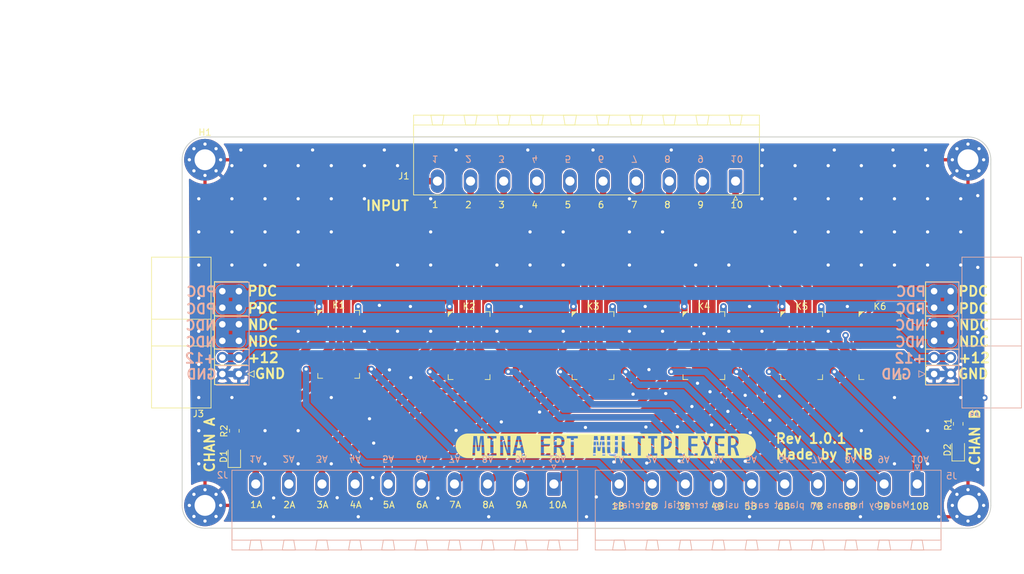
<source format=kicad_pcb>
(kicad_pcb (version 20241229) (generator "pcbnew") (generator_version "9.0")
  (title_block (title "Mina ERT multiplexer") (date "2025-12-09") (rev "1.0.1") (company "Made By FNB"))
  (layers (0 "F.Cu" signal) (2 "B.Cu" signal) (13 "F.Paste" user) (15 "B.Paste" user) (5 "F.SilkS" user "F.Silkscreen") (7 "B.SilkS" user "B.Silkscreen") (1 "F.Mask" user) (3 "B.Mask" user) (25 "Edge.Cuts" user))
  (net 0 "")
  (net 1 "-VDC")
  (net 2 "+VDC")
  (net 3 "/4A")
  (net 4 "/3A")
  (net 5 "/9A")
  (net 6 "/1A")
  (net 7 "/5A")
  (net 8 "/2A")
  (net 9 "/10A")
  (net 10 "/6A")
  (net 11 "/8A")
  (net 12 "/7A")
  (net 13 "/8B")
  (net 14 "/1B")
  (net 15 "/10B")
  (net 16 "/5B")
  (net 17 "/9B")
  (net 18 "/6B")
  (net 19 "/7B")
  (net 20 "/4B")
  (net 21 "/2B")
  (net 22 "/3B")
  (net 23 "/3")
  (net 24 "/7")
  (net 25 "/8")
  (net 26 "/5")
  (net 27 "/4")
  (net 28 "/10")
  (net 29 "/2")
  (net 30 "/1")
  (net 31 "/9")
  (net 32 "/6")
  (net 33 "GND")
  (net 34 "+12V")
  (net 35 "Net-(D1-A)")
  (net 36 "Net-(D2-A)")
  (net 37 "/CHNB")
  (net 38 "/CHNA")
  (footprint "muxlib_footprints:Relay_2P2T_10x6mm_TE_IMxxG" (layer "F.Cu") (at 150 117)
    (property "Reference" "K5")
    (property "Value" "AGQ210A12Z")
  )
  (footprint "muxlib_footprints:Relay_2P2T_10x6mm_TE_IMxxG" (layer "F.Cu") (at 118 117)
    (property "Reference" "K3")
    (property "Value" "AGQ210A12Z")
  )
  (footprint "muxlib_footprints:Relay_2P2T_10x6mm_TE_IMxxG" (layer "F.Cu") (at 162 117)
    (property "Reference" "K6")
    (property "Value" "AGQ210A12Z")
  )
  (footprint "Resistor_SMD:R_0805_2012Metric" (layer "F.Cu") (at 63 130.0625 -90)
    (property "Reference" "R2")
    (property "Value" "1K1")
  )
  (footprint "Connector_IDC:IDC-Header_2x06_P2.54mm_Horizontal" (layer "F.Cu") (at 63.6975 121.35 180)
    (property "Reference" "J3")
    (property "Value" "0901303112")
  )
  (footprint "MountingHole:MountingHole_3.2mm_M3_Pad_Via" (layer "F.Cu") (at 58.5 88.5)
    (property "Reference" "H1")
    (property "Value" "MountingHole_Pad")
  )
  (footprint "LED_SMD:LED_0805_2012Metric" (layer "F.Cu") (at 63 134 90)
    (property "Reference" "D1")
    (property "Value" "LTST-C170KRKT")
  )
  (footprint "muxlib_footprints:Relay_2P2T_10x6mm_TE_IMxxG" (layer "F.Cu") (at 135 117)
    (property "Reference" "K4")
    (property "Value" "AGQ210A12Z")
  )
  (footprint "Connector_Phoenix_MSTB:PhoenixContact_MSTBA_2,5_10-G-5,08_1x10_P5.08mm_Horizontal" (layer "F.Cu") (at 139.86 91.7775 180)
    (property "Reference" "J1")
    (property "Value" "1759091")
  )
  (footprint "kibuzzard-693809E3" (layer "F.Cu") (at 119.960873 132.364121)
    (property "Reference" "kibuzzard-693809E3" (hide yes))
    (property "Value" "G***" (hide yes))
  )
  (footprint "MountingHole:MountingHole_3.2mm_M3_Pad_Via" (layer "F.Cu") (at 175.5 141.5)
    (property "Reference" "H3" (hide yes))
    (property "Value" "MountingHole_Pad")
  )
  (footprint "Resistor_SMD:R_0805_2012Metric" (layer "F.Cu") (at 174 129 -90)
    (property "Reference" "R1")
    (property "Value" "1K1")
  )
  (footprint "MountingHole:MountingHole_3.2mm_M3_Pad_Via" (layer "F.Cu") (at 175.5 88.5)
    (property "Reference" "H2" (hide yes))
    (property "Value" "MountingHole_Pad")
  )
  (footprint "muxlib_footprints:Relay_2P2T_10x6mm_TE_IMxxG" (layer "F.Cu") (at 99 117)
    (property "Reference" "K2")
    (property "Value" "AGQ210A12Z")
  )
  (footprint "MountingHole:MountingHole_3.2mm_M3_Pad_Via" (layer "F.Cu") (at 58.5 141.5)
    (property "Reference" "H4" (hide yes))
    (property "Value" "MountingHole_Pad")
  )
  (footprint "LED_SMD:LED_0805_2012Metric" (layer "F.Cu") (at 174 133 90)
    (property "Reference" "D2")
    (property "Value" "LTST-C170KRKT")
  )
  (footprint "muxlib_footprints:Relay_2P2T_10x6mm_TE_IMxxG" (layer "F.Cu") (at 79 116.8)
    (property "Reference" "K1")
    (property "Value" "AGQ210A12Z")
  )
  (footprint "Connector_IDC:IDC-Header_2x06_P2.54mm_Horizontal" (layer "B.Cu") (at 170.3025 121.35)
    (property "Reference" "J4")
    (property "Value" "0901303112")
  )
  (footprint "Connector_Phoenix_MSTB:PhoenixContact_MSTBA_2,5_10-G-5,08_1x10_P5.08mm_Horizontal" (layer "B.Cu") (at 112 138.2225 180)
    (property "Reference" "J2")
    (property "Value" "1759091")
  )
  (footprint "Connector_Phoenix_MSTB:PhoenixContact_MSTBA_2,5_10-G-5,08_1x10_P5.08mm_Horizontal" (layer "B.Cu") (at 167.72 138.2225 180)
    (property "Reference" "J5")
    (property "Value" "1759091")
  )
  (gr_line (start 169 123) (end 174 123) (stroke (width 0.15)) (layer "F.SilkS"))
  (gr_line (start 169 120) (end 174 120) (stroke (width 0.15)) (layer "F.SilkS"))
  (gr_line (start 59.967201 119.974418) (end 59.967201 122.974418) (stroke (width 0.15)) (layer "F.SilkS"))
  (gr_line (start 59.960881 112.429226) (end 59.960881 107.199416) (stroke (width 0.15)) (layer "F.SilkS"))
  (gr_line (start 59.945633 117.505463) (end 64.967064 117.505463) (stroke (width 0.15)) (layer "F.SilkS"))
  (gr_line (start 59.960881 112.429226) (end 59.945633 117.505463) (stroke (width 0.15)) (layer "F.SilkS"))
  (gr_line (start 174.025276 112.454808) (end 168.99368 112.454808) (stroke (width 0.15)) (layer "F.SilkS"))
  (gr_line (start 168.99368 112.454808) (end 168.99368 107.224998) (stroke (width 0.15)) (layer "F.SilkS"))
  (gr_line (start 59.945633 117.505463) (end 59.967201 119.974418) (stroke (width 0.15)) (layer "F.SilkS"))
  (gr_line (start 168.99368 107.224998) (end 174.086265 107.224998) (stroke (width 0.15)) (layer "F.SilkS"))
  (gr_line (start 168.99368 112.454808) (end 168.978432 117.531045) (stroke (width 0.15)) (layer "F.SilkS"))
  (gr_line (start 59.967201 122.974418) (end 64.967201 122.974418) (stroke (width 0.15)) (layer "F.SilkS"))
  (gr_line (start 64.992477 112.429226) (end 59.960881 112.429226) (stroke (width 0.15)) (layer "F.SilkS"))
  (gr_line (start 168.978432 117.531045) (end 173.999863 117.531045) (stroke (width 0.15)) (layer "F.SilkS"))
  (gr_line (start 59.960881 107.199416) (end 65.053466 107.199416) (stroke (width 0.15)) (layer "F.SilkS"))
  (gr_line (start 169 120) (end 169 123) (stroke (width 0.15)) (layer "F.SilkS"))
  (gr_line (start 168.978432 117.531045) (end 169 120) (stroke (width 0.15)) (layer "F.SilkS"))
  (gr_line (start 59.967201 119.974418) (end 64.967201 119.974418) (stroke (width 0.15)) (layer "F.SilkS"))
  (gr_line (start 174.102886 117.581594) (end 169.081455 117.581594) (stroke (width 0.15)) (layer "B.SilkS"))
  (gr_line (start 65.258805 120.063492) (end 60.258805 120.063492) (stroke (width 0.15)) (layer "B.SilkS"))
  (gr_line (start 65.280373 117.594537) (end 65.258805 120.063492) (stroke (width 0.15)) (layer "B.SilkS"))
  (gr_line (start 65.258805 120.063492) (end 65.258805 123.063492) (stroke (width 0.15)) (layer "B.SilkS"))
  (gr_line (start 174.081318 120.050549) (end 174.081318 123.050549) (stroke (width 0.15)) (layer "B.SilkS"))
  (gr_line (start 65.280373 117.594537) (end 60.258942 117.594537) (stroke (width 0.15)) (layer "B.SilkS"))
  (gr_line (start 65.258805 123.063492) (end 60.258805 123.063492) (stroke (width 0.15)) (layer "B.SilkS"))
  (gr_line (start 174.102886 117.581594) (end 174.081318 120.050549) (stroke (width 0.15)) (layer "B.SilkS"))
  (gr_line (start 60.233529 112.5183) (end 65.265125 112.5183) (stroke (width 0.15)) (layer "B.SilkS"))
  (gr_line (start 65.265125 112.5183) (end 65.280373 117.594537) (stroke (width 0.15)) (layer "B.SilkS"))
  (gr_line (start 174.081318 123.050549) (end 169.081318 123.050549) (stroke (width 0.15)) (layer "B.SilkS"))
  (gr_line (start 169.056042 112.505357) (end 174.087638 112.505357) (stroke (width 0.15)) (layer "B.SilkS"))
  (gr_line (start 174.087638 112.505357) (end 174.102886 117.581594) (stroke (width 0.15)) (layer "B.SilkS"))
  (gr_line (start 174.087638 112.505357) (end 174.087638 107.275547) (stroke (width 0.15)) (layer "B.SilkS"))
  (gr_line (start 65.265125 107.28849) (end 60.17254 107.28849) (stroke (width 0.15)) (layer "B.SilkS"))
  (gr_line (start 174.087638 107.275547) (end 168.995053 107.275547) (stroke (width 0.15)) (layer "B.SilkS"))
  (gr_line (start 174.081318 120.050549) (end 169.081318 120.050549) (stroke (width 0.15)) (layer "B.SilkS"))
  (gr_line (start 65.265125 112.5183) (end 65.265125 107.28849) (stroke (width 0.15)) (layer "B.SilkS"))
  (gr_line (start 55 141.5) (end 55 88.5) (stroke (width 0.15)) (layer "Edge.Cuts"))
  (gr_line (start 175.5 145) (end 58.5 145) (stroke (width 0.15)) (layer "Edge.Cuts"))
  (gr_arc (start 55 88.5) (mid 56.025126 86.025126) (end 58.5 85) (stroke (width 0.15)) (layer "Edge.Cuts"))
  (gr_line (start 179 88.5) (end 179 141.5) (stroke (width 0.15)) (layer "Edge.Cuts"))
  (gr_arc (start 175.5 85) (mid 177.974874 86.025126) (end 179 88.5) (stroke (width 0.15)) (layer "Edge.Cuts"))
  (gr_arc (start 179 141.5) (mid 177.974874 143.974874) (end 175.5 145) (stroke (width 0.15)) (layer "Edge.Cuts"))
  (gr_line (start 58.5 85) (end 175.5 85) (stroke (width 0.15)) (layer "Edge.Cuts"))
  (gr_arc (start 58.5 145) (mid 56.025126 143.974874) (end 55 141.5) (stroke (width 0.15)) (layer "Edge.Cuts"))
  (gr_text "NDC" (at 64.903704 117.238636 0) (layer "F.SilkS") (effects (font (size 1.5 1.5) (thickness 0.3) (bold yes)) (justify left bottom)))
  (gr_text "Rev ${REVISION}\nMade by FNB" (at 145.856811 134.542724 0) (layer "F.SilkS") (effects (font (size 1.5 1.5) (thickness 0.3) (bold yes)) (justify left bottom)))
  (gr_text "1A" (at 65.343266 141.969505 0) (layer "F.SilkS") (effects (font (size 1 1)) (justify left bottom)))
  (gr_text "9A" (at 106.025795 142 0) (layer "F.SilkS") (effects (font (size 1 1)) (justify left bottom)))
  (gr_text "3" (at 103.402787 96 0) (layer "F.SilkS") (effects (font (size 1 1)) (justify left bottom)))
  (gr_text "NDC" (at 173.954258 114.701373 0) (layer "F.SilkS") (effects (font (size 1.5 1.5) (thickness 0.3) (bold yes)) (justify left bottom)))
  (gr_text "INPUT" (at 83.024747 96.422728 0) (layer "F.SilkS") (effects (font (size 1.5 1.5) (thickness 0.3) (bold yes)) (justify left bottom)))
  (gr_text "6B" (at 146.180251 142.228107 0) (layer "F.SilkS") (effects (font (size 1 1)) (justify left bottom)))
  (gr_text "+12" (at 64.869398 119.742998 0) (layer "F.SilkS") (effects (font (size 1.5 1.5) (thickness 0.3) (bold yes)) (justify left bottom)))
  (gr_text "10" (at 139 96 0) (layer "F.SilkS") (effects (font (size 1 1)) (justify left bottom)))
  (gr_text "4A" (at 80.599214 142 0) (layer "F.SilkS") (effects (font (size 1 1)) (justify left bottom)))
  (gr_text "10A" (at 111.111111 142 0) (layer "F.SilkS") (effects (font (size 1 1)) (justify left bottom)))
  (gr_text "NDC" (at 173.936503 117.264218 0) (layer "F.SilkS") (effects (font (size 1.5 1.5) (thickness 0.3) (bold yes)) (justify left bottom)))
  (gr_text "10B" (at 166.521515 142.228107 0) (layer "F.SilkS") (effects (font (size 1 1)) (justify left bottom)))
  (gr_text "PDC" (at 173.925068 112.195605 0) (layer "F.SilkS") (effects (font (size 1.5 1.5) (thickness 0.3) (bold yes)) (justify left bottom)))
  (gr_text "7B" (at 151.265567 142.228107 0) (layer "F.SilkS") (effects (font (size 1 1)) (justify left bottom)))
  (gr_text "4B" (at 136.009618 142.228107 0) (layer "F.SilkS") (effects (font (size 1 1)) (justify left bottom)))
  (gr_text "1B" (at 120.75367 142.197612 0) (layer "F.SilkS") (effects (font (size 1 1)) (justify left bottom)))
  (gr_text "GND\n" (at 173.810713 122.210852 0) (layer "F.SilkS") (effects (font (size 1.5 1.5) (thickness 0.3) (bold yes)) (justify left bottom)))
  (gr_text "6" (at 118.658736 96 0) (layer "F.SilkS") (effects (font (size 1 1)) (justify left bottom)))
  (gr_text "NDC" (at 64.921459 114.675791 0) (layer "F.SilkS") (effects (font (size 1.5 1.5) (thickness 0.3) (bold yes)) (justify left bottom)))
  (gr_text "6A\n" (at 90.769847 142 0) (layer "F.SilkS") (effects (font (size 1 1)) (justify left bottom)))
  (gr_text "PDC" (at 64.892269 112.170023 0) (layer "F.SilkS") (effects (font (size 1.5 1.5) (thickness 0.3) (bold yes)) (justify left bottom)))
  (gr_text "5" (at 113.573419 96 0) (layer "F.SilkS") (effects (font (size 1 1)) (justify left bottom)))
  (gr_text "9" (at 133.914684 96 0) (layer "F.SilkS") (effects (font (size 1 1)) (justify left bottom)))
  (gr_text "8B" (at 156.350883 142.228107 0) (layer "F.SilkS") (effects (font (size 1 1)) (justify left bottom)))
  (gr_text "2A" (at 70.428582 142 0) (layer "F.SilkS") (effects (font (size 1 1)) (justify left bottom)))
  (gr_text "5B" (at 141.094934 142.228107 0) (layer "F.SilkS") (effects (font (size 1 1)) (justify left bottom)))
  (gr_text "8" (at 128.829368 96 0) (layer "F.SilkS") (effects (font (size 1 1)) (justify left bottom)))
  (gr_text "CHAN A" (at 60.094194 136.597048 90) (layer "F.SilkS") (effects (font (size 1.5 1.5) (thickness 0.3) (bold yes)) (justify left bottom)))
  (gr_text "7" (at 123.744052 96 0) (layer "F.SilkS") (effects (font (size 1 1)) (justify left bottom)))
  (gr_text "PDC" (at 64.846527 109.517 0) (layer "F.SilkS") (effects (font (size 1.5 1.5) (thickness 0.3) (bold yes)) (justify left bottom)))
  (gr_text "9B" (at 161.436199 142.228107 0) (layer "F.SilkS") (effects (font (size 1 1)) (justify left bottom)))
  (gr_text "2B" (at 125.838986 142.228107 0) (layer "F.SilkS") (effects (font (size 1 1)) (justify left bottom)))
  (gr_text "8A" (at 100.940479 142 0) (layer "F.SilkS") (effects (font (size 1 1)) (justify left bottom)))
  (gr_text "CHAN B" (at 177.430633 135.533552 90) (layer "F.SilkS") (effects (font (size 1.5 1.5) (thickness 0.3) (bold yes)) (justify left bottom)))
  (gr_text "2" (at 98.317471 96 0) (layer "F.SilkS") (effects (font (size 1 1)) (justify left bottom)))
  (gr_text "+12" (at 173.902197 119.76858 0) (layer "F.SilkS") (effects (font (size 1.5 1.5) (thickness 0.3) (bold yes)) (justify left bottom)))
  (gr_text "PDC" (at 173.850956 109.546647 0) (layer "F.SilkS") (effects (font (size 1.5 1.5) (thickness 0.3) (bold yes)) (justify left bottom)))
  (gr_text "4" (at 108.488103 96 0) (layer "F.SilkS") (effects (font (size 1 1)) (justify left bottom)))
  (gr_text "GND\n" (at 66 122.18527 0) (layer "F.SilkS") (effects (font (size 1.5 1.5) (thickness 0.3) (bold yes)) (justify left bottom)))
  (gr_text "3B" (at 130.924302 142.228107 0) (layer "F.SilkS") (effects (font (size 1 1)) (justify left bottom)))
  (gr_text "5A" (at 85.68453 142 0) (layer "F.SilkS") (effects (font (size 1 1)) (justify left bottom)))
  (gr_text "7A\n" (at 95.855163 142 0) (layer "F.SilkS") (effects (font (size 1 1)) (justify left bottom)))
  (gr_text "3A" (at 75.513898 142 0) (layer "F.SilkS") (effects (font (size 1 1)) (justify left bottom)))
  (gr_text "1" (at 93.232155 95.969505 0) (layer "F.SilkS") (effects (font (size 1 1)) (justify left bottom)))
  (gr_text "1A" (at 120.87043 133.856386 180) (layer "B.SilkS") (effects (font (size 1 1)) (justify left bottom mirror)))
  (gr_text "+12" (at 60.356608 119.832072 0) (layer "B.SilkS") (effects (font (size 1.5 1.5) (thickness 0.3) (bold yes)) (justify left bottom mirror)))
  (gr_text "2A" (at 125.955746 133.825891 180) (layer "B.SilkS") (effects (font (size 1 1)) (justify left bottom mirror)))
  (gr_text "8" (at 128.829368 87.766004 180) (layer "B.SilkS") (effects (font (size 1 1)) (justify left bottom mirror)))
  (gr_text "NDC" (at 60.304547 114.764865 0) (layer "B.SilkS") (effects (font (size 1.5 1.5) (thickness 0.3) (bold yes)) (justify left bottom mirror)))
  (gr_text "3A" (at 131.041062 133.825891 180) (layer "B.SilkS") (effects (font (size 1 1)) (justify left bottom mirror)))
  (gr_text "+12" (at 169.179121 119.819129 0) (layer "B.SilkS") (effects (font (size 1.5 1.5) (thickness 0.3) (bold yes)) (justify left bottom mirror)))
  (gr_text "Made by humans on planet earth using terrestial materials" (at 166.665958 142 0) (layer "B.SilkS") (effects (font (size 1 1)) (justify left bottom mirror)))
  (gr_text "NDC" (at 169.12706 114.751922 0) (layer "B.SilkS") (effects (font (size 1.5 1.5) (thickness 0.3) (bold yes)) (justify left bottom mirror)))
  (gr_text "6A\n" (at 146.297011 133.825891 180) (layer "B.SilkS") (effects (font (size 1 1)) (justify left bottom mirror)))
  (gr_text "8A" (at 100.829368 133.766004 180) (layer "B.SilkS") (effects (font (size 1 1)) (justify left bottom mirror)))
  (gr_text "9A" (at 161.552959 133.825891 180) (layer "B.SilkS") (effects (font (size 1 1)) (justify left bottom mirror)))
  (gr_text "GND\n" (at 60.448092 122.274344 0) (layer "B.SilkS") (effects (font (size 1.5 1.5) (thickness 0.3) (bold yes)) (justify left bottom mirror)))
  (gr_text "GND\n" (at 167 122.261401 0) (layer "B.SilkS") (effects (font (size 1.5 1.5) (thickness 0.3) (bold yes)) (justify left bottom mirror)))
  (gr_text "1" (at 93.232155 87.796499 180) (layer "B.SilkS") (effects (font (size 1 1)) (justify left bottom mirror)))
  (gr_text "5A" (at 85.573419 133.766004 180) (layer "B.SilkS") (effects (font (size 1 1)) (justify left bottom mirror)))
  (gr_text "8A" (at 156.467643 133.825891 180) (layer "B.SilkS") (effects (font (size 1 1)) (justify left bottom mirror)))
  (gr_text "NDC" (at 60.322302 117.32771 0) (layer "B.SilkS") (effects (font (size 1.5 1.5) (thickness 0.3) (bold yes)) (justify left bottom mirror)))
  (gr_text "4" (at 108.488103 87.766004 180) (layer "B.SilkS") (effects (font (size 1 1)) (justify left bottom mirror)))
  (gr_text "10A" (at 111 133.766004 180) (layer "B.SilkS") (effects (font (size 1 1)) (justify left bottom mirror)))
  (gr_text "4A" (at 136.126378 133.825891 180) (layer "B.SilkS") (effects (font (size 1 1)) (justify left bottom mirror)))
  (gr_text "7A\n" (at 95.744052 133.766004 180) (layer "B.SilkS") (effects (font (size 1 1)) (justify left bottom mirror)))
  (gr_text "3A" (at 75.402787 133.766004 180) (layer "B.SilkS") (effects (font (size 1 1)) (justify left bottom mirror)))
  (gr_text "NDC" (at 169.144815 117.314767 0) (layer "B.SilkS") (effects (font (size 1.5 1.5) (thickness 0.3) (bold yes)) (justify left bottom mirror)))
  (gr_text "5" (at 113.573419 87.766004 180) (layer "B.SilkS") (effects (font (size 1 1)) (justify left bottom mirror)))
  (gr_text "10A" (at 166.638275 133.825891 180) (layer "B.SilkS") (effects (font (size 1 1)) (justify left bottom mirror)))
  (gr_text "6" (at 118.658736 87.766004 180) (layer "B.SilkS") (effects (font (size 1 1)) (justify left bottom mirror)))
  (gr_text "PDC" (at 60.333737 112.259097 0) (layer "B.SilkS") (effects (font (size 1.5 1.5) (thickness 0.3) (bold yes)) (justify left bottom mirror)))
  (gr_text "7" (at 123.744052 87.766004 180) (layer "B.SilkS") (effects (font (size 1 1)) (justify left bottom mirror)))
  (gr_text "PDC" (at 169.201992 109.593131 0) (layer "B.SilkS") (effects (font (size 1.5 1.5) (thickness 0.3) (bold yes)) (justify left bottom mirror)))
  (gr_text "1A" (at 65.232155 133.796499 180) (layer "B.SilkS") (effects (font (size 1 1)) (justify left bottom mirror)))
  (gr_text "4A" (at 80.488103 133.766004 180) (layer "B.SilkS") (effects (font (size 1 1)) (justify left bottom mirror)))
  (gr_text "6A\n" (at 90.658736 133.766004 180) (layer "B.SilkS") (effects (font (size 1 1)) (justify left bottom mirror)))
  (gr_text "9" (at 133.914684 87.766004 180) (layer "B.SilkS") (effects (font (size 1 1)) (justify left bottom mirror)))
  (gr_text "3" (at 103.402787 87.766004 180) (layer "B.SilkS") (effects (font (size 1 1)) (justify left bottom mirror)))
  (gr_text "PDC" (at 60.379479 109.606074 0) (layer "B.SilkS") (effects (font (size 1.5 1.5) (thickness 0.3) (bold yes)) (justify left bottom mirror)))
  (gr_text "PDC" (at 169.15625 112.246154 0) (layer "B.SilkS") (effects (font (size 1.5 1.5) (thickness 0.3) (bold yes)) (justify left bottom mirror)))
  (gr_text "2A" (at 70.317471 133.766004 180) (layer "B.SilkS") (effects (font (size 1 1)) (justify left bottom mirror)))
  (gr_text "9A" (at 105.914684 133.766004 180) (layer "B.SilkS") (effects (font (size 1 1)) (justify left bottom mirror)))
  (gr_text "5A" (at 141.211694 133.825891 180) (layer "B.SilkS") (effects (font (size 1 1)) (justify left bottom mirror)))
  (gr_text "2" (at 98.317471 87.766004 180) (layer "B.SilkS") (effects (font (size 1 1)) (justify left bottom mirror)))
  (gr_text "10" (at 139 87.766004 180) (layer "B.SilkS") (effects (font (size 1 1)) (justify left bottom mirror)))
  (gr_text "7A\n" (at 151.382327 133.825891 180) (layer "B.SilkS") (effects (font (size 1 1)) (justify left bottom mirror)))
  (segment (start 82 111) (end 82 113) (width 1) (layer "F.Cu") (net 1))
  (segment (start 170.0325 114) (end 170.3025 113.73) (width 1) (layer "F.Cu") (net 1))
  (segment (start 153 111) (end 153 113.2) (width 1) (layer "F.Cu") (net 1))
  (segment (start 102 113.2) (end 102 111) (width 1) (layer "F.Cu") (net 1))
  (segment (start 169.7725 113.2) (end 170.3025 113.73) (width 0.5) (layer "F.Cu") (net 1))
  (segment (start 138 113.2) (end 138 111) (width 1) (layer "F.Cu") (net 1))
  (segment (start 165 113.2) (end 169.7725 113.2) (width 0.5) (layer "F.Cu") (net 1))
  (segment (start 121 113.2) (end 121 111) (width 1) (layer "F.Cu") (net 1))
  (via (at 102 111) (size 1) (drill 0.5) (layers "F.Cu" "B.Cu") (net 1))
  (via (at 82 111) (size 1) (drill 0.5) (layers "F.Cu" "B.Cu") (net 1))
  (via (at 153 111) (size 1) (drill 0.5) (layers "F.Cu" "B.Cu") (net 1))
  (via (at 121 111) (size 1) (drill 0.5) (layers "F.Cu" "B.Cu") (net 1))
  (via (at 138 111) (size 1) (drill 0.5) (layers "F.Cu" "B.Cu") (net 1))
  (segment (start 170.3025 115) (end 170.3025 116.27) (width 2) (layer "B.Cu") (net 1))
  (segment (start 167 115) (end 170.3025 115) (width 2) (layer "B.Cu") (net 1))
  (segment (start 165 113) (end 167 115) (width 2) (layer "B.Cu") (net 1))
  (segment (start 172.8425 113.73) (end 170.3025 113.73) (width 2) (layer "B.Cu") (net 1))
  (segment (start 61.1575 116.27) (end 61.1575 113.73) (width 2) (layer "B.Cu") (net 1))
  (segment (start 170.3025 116.27) (end 172.8425 116.27) (width 2) (layer "B.Cu") (net 1))
  (segment (start 63.6975 113.73) (end 67.27 113.73) (width 2) (layer "B.Cu") (net 1))
  (segment (start 61.1575 113.73) (end 63.6975 113.73) (width 2) (layer "B.Cu") (net 1))
  (segment (start 63.6975 113.73) (end 63.6975 115.13) (width 2) (layer "B.Cu") (net 1))
  (segment (start 82 111) (end 82 113) (width 1) (layer "B.Cu") (net 1))
  (segment (start 63.6975 115.13) (end 63.6975 116.27) (width 2) (layer "B.Cu") (net 1))
  (segment (start 63.6975 116.27) (end 61.1575 116.27) (width 2) (layer "B.Cu") (net 1))
  (segment (start 121 111) (end 121 113) (width 1) (layer "B.Cu") (net 1))
  (segment (start 82 113) (end 165 113) (width 2) (layer "B.Cu") (net 1))
  (segment (start 153 113.2) (end 153 111) (width 1) (layer "B.Cu") (net 1))
  (segment (start 170.3025 113.73) (end 170.3025 115) (width 2) (layer "B.Cu") (net 1))
  (segment (start 68 113) (end 82 113) (width 2) (layer "B.Cu") (net 1))
  (segment (start 138 111) (end 138 113) (width 1) (layer "B.Cu") (net 1))
  (segment (start 172.8425 116.27) (end 172.8425 113.73) (width 2) (layer "B.Cu") (net 1))
  (segment (start 102 111) (end 102 113) (width 1) (layer "B.Cu") (net 1))
  (segment (start 67.27 113.73) (end 68 113) (width 2) (layer "B.Cu") (net 1))
  (segment (start 76 111) (end 76 113) (width 1) (layer "F.Cu") (net 2))
  (segment (start 132 113.2) (end 132 111) (width 1) (layer "F.Cu") (net 2))
  (segment (start 147 111) (end 147 113.2) (width 1) (layer "F.Cu") (net 2))
  (segment (start 115 113.2) (end 115 111) (width 1) (layer "F.Cu") (net 2))
  (segment (start 161.612628 110.587372) (end 169.699872 110.587372) (width 0.5) (layer "F.Cu") (net 2))
  (segment (start 96 113.2) (end 96 111) (width 1) (layer "F.Cu") (net 2))
  (segment (start 159 113.2) (end 161.612628 110.587372) (width 0.5) (layer "F.Cu") (net 2))
  (segment (start 169.699872 110.587372) (end 170.3025 111.19) (width 0.5) (layer "F.Cu") (net 2))
  (via (at 147 111) (size 1) (drill 0.5) (layers "F.Cu" "B.Cu") (net 2))
  (via (at 132 111) (size 1) (drill 0.5) (layers "F.Cu" "B.Cu") (net 2))
  (via (at 115 111) (size 1) (drill 0.5) (layers "F.Cu" "B.Cu") (net 2))
  (via (at 76 111) (size 1) (drill 0.5) (layers "F.Cu" "B.Cu") (net 2))
  (via (at 96 111) (size 1) (drill 0.5) (layers "F.Cu" "B.Cu") (net 2))
  (segment (start 172.8425 111.19) (end 170.3025 111.19) (width 2) (layer "B.Cu") (net 2))
  (segment (start 61.1575 111.19) (end 63.6975 111.19) (width 2) (layer "B.Cu") (net 2))
  (segment (start 132 111) (end 132 109) (width 1) (layer "B.Cu") (net 2))
  (segment (start 63.6975 111.19) (end 63.6975 110.13) (width 2) (layer "B.Cu") (net 2))
  (segment (start 63.6975 110.13) (end 64.87 110.13) (width 2) (layer "B.Cu") (net 2))
  (segment (start 66 109) (end 76 109) (width 2) (layer "B.Cu") (net 2))
  (segment (start 115 111) (end 115 109) (width 1) (layer "B.Cu") (net 2))
  (segment (start 76 109) (end 147 109) (width 2) (layer "B.Cu") (net 2))
  (segment (start 96 111) (end 96 109) (width 1) (layer "B.Cu") (net 2))
  (segment (start 170.3025 110) (end 169.3025 109) (width 2) (layer "B.Cu") (net 2))
  (segment (start 61.1575 111.19) (end 61.1575 108.65) (width 2) (layer "B.Cu") (net 2))
  (segment (start 64.87 110.13) (end 66 109) (width 2) (layer "B.Cu") (net 2))
  (segment (start 63.6975 108.65) (end 64.0475 109) (width 2) (layer "B.Cu") (net 2))
  (segment (start 63.6975 108.65) (end 61.1575 108.65) (width 2) (layer "B.Cu") (net 2))
  (segment (start 170.3025 110) (end 170.3025 111.19) (width 2) (layer "B.Cu") (net 2))
  (segment (start 165 109) (end 147 109) (width 2) (layer "B.Cu") (net 2))
  (segment (start 76 111) (end 76 109) (width 1) (layer "B.Cu") (net 2))
  (segment (start 172.8425 108.65) (end 170.3025 108.65) (width 2) (layer "B.Cu") (net 2))
  (segment (start 170.3025 108.65) (end 170.3025 110) (width 2) (layer "B.Cu") (net 2))
  (segment (start 63.6975 110.13) (end 63.6975 108.65) (width 2) (layer "B.Cu") (net 2))
  (segment (start 147 111) (end 147 109) (width 1) (layer "B.Cu") (net 2))
  (segment (start 172.8425 111.19) (end 172.8425 108.65) (width 2) (layer "B.Cu") (net 2))
  (segment (start 169.3025 109) (end 165 109) (width 2) (layer "B.Cu") (net 2))
  (segment (start 170.3025 108.65) (end 169.9525 109) (width 2) (layer "B.Cu") (net 2))
  (segment (start 81.52 132.48) (end 81.52 138.2225) (width 1) (layer "F.Cu") (net 3))
  (segment (start 106.200999 122.200999) (end 105.401998 123) (width 1) (layer "F.Cu") (net 3))
  (segment (start 91 123) (end 81.52 132.48) (width 1) (layer "F.Cu") (net 3))
  (segment (start 102 116.4) (end 102.65 116.4) (width 1) (layer "F.Cu") (net 3))
  (segment (start 102.65 116.4) (end 106.200999 119.950999) (width 1) (layer "F.Cu") (net 3))
  (segment (start 106.200999 119.950999) (end 106.200999 122.200999) (width 1) (layer "F.Cu") (net 3))
  (segment (start 105.401998 123) (end 91 123) (width 1) (layer "F.Cu") (net 3))
  (segment (start 76.44 133.435) (end 76.44 138.2225) (width 1) (layer "F.Cu") (net 4))
  (segment (start 93.475 116.4) (end 76.44 133.435) (width 1) (layer "F.Cu") (net 4))
  (segment (start 96 116.4) (end 93.475 116.4) (width 1) (layer "F.Cu") (net 4))
  (segment (start 143.799001 119.200999) (end 143.799001 125.200999) (width 1) (layer "F.Cu") (net 5))
  (segment (start 146.6 116.4) (end 143.799001 119.200999) (width 1) (layer "F.Cu") (net 5))
  (segment (start 138 131) (end 114.1425 131) (width 1) (layer "F.Cu") (net 5))
  (segment (start 143.799001 125.200999) (end 138 131) (width 1) (layer "F.Cu") (net 5))
  (segment (start 114.1425 131) (end 106.92 138.2225) (width 1) (layer "F.Cu") (net 5))
  (segment (start 147 116.4) (end 146.6 116.4) (width 1) (layer "F.Cu") (net 5))
  (segment (start 76 116.2) (end 75.35 116.2) (width 1) (layer "F.Cu") (net 6))
  (segment (start 75.35 116.2) (end 66.28 125.27) (width 1) (layer "F.Cu") (net 6))
  (segment (start 66.28 125.27) (end 66.28 138.2225) (width 1) (layer "F.Cu") (net 6))
  (segment (start 113.299 117.549) (end 113.299 118.195258) (width 1) (layer "F.Cu") (net 7))
  (segment (start 114.448 116.4) (end 113.299 117.549) (width 1) (layer "F.Cu") (net 7))
  (segment (start 93 125) (end 86.6 131.4) (width 1) (layer "F.Cu") (net 7))
  (segment (start 106.494258 125) (end 93 125) (width 1) (layer "F.Cu") (net 7))
  (segment (start 115 116.4) (end 114.448 116.4) (width 1) (layer "F.Cu") (net 7))
  (segment (start 86.6 131.4) (end 86.6 138.2225) (width 1) (layer "F.Cu") (net 7))
  (segment (start 113.299 118.195258) (end 106.494258 125) (width 1) (layer "F.Cu") (net 7))
  (segment (start 75 123) (end 71.36 126.64) (width 1) (layer "F.Cu") (net 8))
  (segment (start 85.201 118.751) (end 85.201 121.097471) (width 1) (layer "F.Cu") (net 8))
  (segment (start 82.65 116.2) (end 85.201 118.751) (width 1) (layer "F.Cu") (net 8))
  (segment (start 82 116.2) (end 82.65 116.2) (width 1) (layer "F.Cu") (net 8))
  (segment (start 85.201 121.097471) (end 83.298471 123) (width 1) (layer "F.Cu") (net 8))
  (segment (start 83.298471 123) (end 75 123) (width 1) (layer "F.Cu") (net 8))
  (segment (start 71.36 126.64) (end 71.36 138.2225) (width 1) (layer "F.Cu") (net 8))
  (segment (start 144.69847 133) (end 117.2225 133) (width 1) (layer "F.Cu") (net 9))
  (segment (start 153 116.4) (end 153.65 116.4) (width 1) (layer "F.Cu") (net 9))
  (segment (start 117.2225 133) (end 112 138.2225) (width 1) (layer "F.Cu") (net 9))
  (segment (start 156.200999 118.950999) (end 156.200999 121.497471) (width 1) (layer "F.Cu") (net 9))
  (segment (start 156.200999 121.497471) (end 144.69847 133) (width 1) (layer "F.Cu") (net 9))
  (segment (start 153.65 116.4) (end 156.200999 118.950999) (width 1) (layer "F.Cu") (net 9))
  (segment (start 121.65 116.4) (end 124.201 118.951) (width 1) (layer "F.Cu") (net 10))
  (segment (start 124.201 118.951) (end 124.201 121.497471) (width 1) (layer "F.Cu") (net 10))
  (segment (start 124.201 121.497471) (end 121.698471 124) (width 1) (layer "F.Cu") (net 10))
  (segment (start 121 116.4) (end 121.65 116.4) (width 1) (layer "F.Cu") (net 10))
  (segment (start 108 127) (end 102.9025 127) (width 1) (layer "F.Cu") (net 10))
  (segment (start 111 124) (end 108 127) (width 1) (layer "F.Cu") (net 10))
  (segment (start 121.698471 124) (end 111 124) (width 1) (layer "F.Cu") (net 10))
  (segment (start 102.9025 127) (end 91.68 138.2225) (width 1) (layer "F.Cu") (net 10))
  (segment (start 115 128) (end 134.698471 128) (width 1) (layer "F.Cu") (net 11))
  (segment (start 138.65 116.4) (end 141.349235 119.099235) (width 1) (layer "F.Cu") (net 11))
  (segment (start 141.349235 121.349235) (end 141.349235 119.099235) (width 1) (layer "F.Cu") (net 11))
  (segment (start 140.849235 121.849235) (end 141.349235 121.349235) (width 1) (layer "F.Cu") (net 11))
  (segment (start 107.4645 132.598) (end 110.402 132.598) (width 1) (layer "F.Cu") (net 11))
  (segment (start 134.698471 128) (end 140.849235 121.849235) (width 1) (layer "F.Cu") (net 11))
  (segment (start 107.4645 132.598) (end 101.84 138.2225) (width 1) (layer "F.Cu") (net 11))
  (segment (start 138 116.4) (end 138.65 116.4) (width 1) (layer "F.Cu") (net 11))
  (segment (start 110.402 132.598) (end 115 128) (width 1) (layer "F.Cu") (net 11))
  (segment (start 128.799 122.201) (end 128.799 119.049) (width 1) (layer "F.Cu") (net 12))
  (segment (start 104.9825 130) (end 109 130) (width 1) (layer "F.Cu") (net 12))
  (segment (start 113 126) (end 125 126) (width 1) (layer "F.Cu") (net 12))
  (segment (start 131.448 116.4) (end 132 116.4) (width 1) (layer "F.Cu") (net 12))
  (segment (start 125 126) (end 128.799 122.201) (width 1) (layer "F.Cu") (net 12))
  (segment (start 128.799 119.049) (end 131.448 116.4) (width 1) (layer "F.Cu") (net 12))
  (segment (start 109 130) (end 113 126) (width 1) (layer "F.Cu") (net 12))
  (segment (start 96.76 138.2225) (end 104.9825 130) (width 1) (layer "F.Cu") (net 12))
  (segment (start 139.8 120.8) (end 140 121) (width 1) (layer "F.Cu") (net 13))
  (segment (start 138 120.8) (end 139.8 120.8) (width 1) (layer "F.Cu") (net 13))
  (via (at 140 121) (size 1) (drill 0.5) (layers "F.Cu" "B.Cu") (net 13))
  (segment (start 140.3375 121) (end 157.56 138.2225) (width 1) (layer "B.Cu") (net 13))
  (segment (start 140 121) (end 140.3375 121) (width 1) (layer "B.Cu") (net 13))
  (segment (start 74 120.6) (end 76 120.6) (width 1) (layer "F.Cu") (net 14))
  (via (at 74 120.6) (size 1) (drill 0.5) (layers "F.Cu" "B.Cu") (net 14))
  (segment (start 83 135) (end 118.7775 135) (width 1) (layer "B.Cu") (net 14))
  (segment (start 118.7775 135) (end 122 138.2225) (width 1) (layer "B.Cu") (net 14))
  (segment (start 74 120.6) (end 74 126) (width 1) (layer "B.Cu") (net 14))
  (segment (start 74 126) (end 83 135) (width 1) (layer "B.Cu") (net 14))
  (segment (start 154.8 120.8) (end 155 121) (width 1) (layer "F.Cu") (net 15))
  (segment (start 153 120.8) (end 154.8 120.8) (width 1) (layer "F.Cu") (net 15))
  (via (at 155 121) (size 1) (drill 0.5) (layers "F.Cu" "B.Cu") (net 15))
  (segment (start 155 121) (end 167.72 133.72) (width 1) (layer "B.Cu") (net 15))
  (segment (start 167.72 133.72) (end 167.72 138.2225) (width 1) (layer "B.Cu") (net 15))
  (segment (start 113.2 120.8) (end 113 121) (width 1) (layer "F.Cu") (net 16))
  (segment (start 115 120.8) (end 113.2 120.8) (width 1) (layer "F.Cu") (net 16))
  (via (at 113 121) (size 1) (drill 0.5) (layers "F.Cu" "B.Cu") (net 16))
  (segment (start 130.0975 126) (end 142.32 138.2225) (width 1) (layer "B.Cu") (net 16))
  (segment (start 113 121) (end 118 126) (width 1) (layer "B.Cu") (net 16))
  (segment (start 118 126) (end 130.0975 126) (width 1) (layer "B.Cu") (net 16))
  (segment (start 145.2 120.8) (end 145 121) (width 1) (layer "F.Cu") (net 17))
  (segment (start 147 120.8) (end 145.2 120.8) (width 1) (layer "F.Cu") (net 17))
  (via (at 145 121) (size 1) (drill 0.5) (layers "F.Cu" "B.Cu") (net 17))
  (segment (start 145.4175 121) (end 162.64 138.2225) (width 1) (layer "B.Cu") (net 17))
  (segment (start 145 121) (end 145.4175 121) (width 1) (layer "B.Cu") (net 17))
  (segment (start 122.8 120.8) (end 123 121) (width 1) (layer "F.Cu") (net 18))
  (segment (start 121 120.8) (end 122.8 120.8) (width 1) (layer "F.Cu") (net 18))
  (via (at 123 121) (size 1) (drill 0.5) (layers "F.Cu" "B.Cu") (net 18))
  (segment (start 132.1775 123) (end 147.4 138.2225) (width 1) (layer "B.Cu") (net 18))
  (segment (start 123 121) (end 125 123) (width 1) (layer "B.Cu") (net 18))
  (segment (start 125 123) (end 132.1775 123) (width 1) (layer "B.Cu") (net 18))
  (segment (start 130.2 120.8) (end 130 121) (width 1) (layer "F.Cu") (net 19))
  (segment (start 132 120.8) (end 130.2 120.8) (width 1) (layer "F.Cu") (net 19))
  (via (at 130 121) (size 1) (drill 0.5) (layers "F.Cu" "B.Cu") (net 19))
  (segment (start 130 121) (end 135.2575 121) (width 1) (layer "B.Cu") (net 19))
  (segment (start 135.2575 121) (end 152.48 138.2225) (width 1) (layer "B.Cu") (net 19))
  (segment (start 102 120.8) (end 104.8 120.8) (width 1) (layer "F.Cu") (net 20))
  (segment (start 104.8 120.8) (end 105 121) (width 1) (layer "F.Cu") (net 20))
  (via (at 105 121) (size 1) (drill 0.5) (layers "F.Cu" "B.Cu") (net 20))
  (segment (start 106 121) (end 113 128) (width 1) (layer "B.Cu") (net 20))
  (segment (start 127.0175 128) (end 137.24 138.2225) (width 1) (layer "B.Cu") (net 20))
  (segment (start 105 121) (end 106 121) (width 1) (layer "B.Cu") (net 20))
  (segment (start 113 128) (end 127.0175 128) (width 1) (layer "B.Cu") (net 20))
  (segment (start 82 120.6) (end 84 120.6) (width 1) (layer "F.Cu") (net 21))
  (via (at 84 120.6) (size 1) (drill 0.5) (layers "F.Cu" "B.Cu") (net 21))
  (segment (start 96.4 133) (end 121.8575 133) (width 1) (layer "B.Cu") (net 21))
  (segment (start 84 120.6) (end 96.4 133) (width 1) (layer "B.Cu") (net 21))
  (segment (start 121.8575 133) (end 127.08 138.2225) (width 1) (layer "B.Cu") (net 21))
  (segment (start 96 120.8) (end 93.2 120.8) (width 1) (layer "F.Cu") (net 22))
  (segment (start 93.2 120.8) (end 93 121) (width 1) (layer "F.Cu") (net 22))
  (via (at 93 121) (size 1) (drill 0.5) (layers "F.Cu" "B.Cu") (net 22))
  (segment (start 124.9375 131) (end 132.16 138.2225) (width 1) (layer "B.Cu") (net 22))
  (segment (start 93 121) (end 103 131) (width 1) (layer "B.Cu") (net 22))
  (segment (start 103 131) (end 124.9375 131) (width 1) (layer "B.Cu") (net 22))
  (segment (start 98 117.25) (end 98 102) (width 1) (layer "F.Cu") (net 23))
  (segment (start 104.3 95.7) (end 104.3 91.7775) (width 1) (layer "F.Cu") (net 23))
  (segment (start 96.65 118.6) (end 98 117.25) (width 1) (layer "F.Cu") (net 23))
  (segment (start 96 118.6) (end 96.65 118.6) (width 1) (layer "F.Cu") (net 23))
  (segment (start 98 102) (end 104.3 95.7) (width 1) (layer "F.Cu") (net 23))
  (segment (start 133.701 108.701) (end 125 100) (width 1) (layer "F.Cu") (net 24))
  (segment (start 125 92.1575) (end 124.62 91.7775) (width 1) (layer "F.Cu") (net 24))
  (segment (start 132 118.6) (end 132.65 118.6) (width 1) (layer "F.Cu") (net 24))
  (segment (start 133.701 117.549) (end 133.701 108.701) (width 1) (layer "F.Cu") (net 24))
  (segment (start 132.65 118.6) (end 133.701 117.549) (width 1) (layer "F.Cu") (net 24))
  (segment (start 125 100) (end 125 92.1575) (width 1) (layer "F.Cu") (net 24))
  (segment (start 129.7 97.7) (end 129.7 91.7775) (width 1) (layer "F.Cu") (net 25))
  (segment (start 137.448 118.6) (end 136.299 117.451) (width 1) (layer "F.Cu") (net 25))
  (segment (start 136.299 117.451) (end 136.299 104.299) (width 1) (layer "F.Cu") (net 25))
  (segment (start 138 118.6) (end 137.448 118.6) (width 1) (layer "F.Cu") (net 25))
  (segment (start 136.299 104.299) (end 129.7 97.7) (width 1) (layer "F.Cu") (net 25))
  (segment (start 116.701 117.549) (end 116.701 98.701) (width 1) (layer "F.Cu") (net 26))
  (segment (start 115.65 118.6) (end 116.701 117.549) (width 1) (layer "F.Cu") (net 26))
  (segment (start 115 118.6) (end 115.65 118.6) (width 1) (layer "F.Cu") (net 26))
  (segment (start 116.701 98.701) (end 114.46 96.46) (width 1) (layer "F.Cu") (net 26))
  (segment (start 114.46 96.46) (end 114.46 91.7775) (width 1) (layer "F.Cu") (net 26))
  (segment (start 102 118.6) (end 101.6 118.6) (width 1) (layer "F.Cu") (net 27))
  (segment (start 101.6 118.6) (end 100.299 117.299) (width 1) (layer "F.Cu") (net 27))
  (segment (start 100.299 104.701) (end 109.38 95.62) (width 1) (layer "F.Cu") (net 27))
  (segment (start 100.299 117.299) (end 100.299 104.701) (width 1) (layer "F.Cu") (net 27))
  (segment (start 109.38 95.62) (end 109.38 91.7775) (width 1) (layer "F.Cu") (net 27))
  (segment (start 139.86 91.7775) (end 139.86 96.86) (width 1) (layer "F.Cu") (net 28))
  (segment (start 152.448 118.6) (end 153 118.6) (width 1) (layer "F.Cu") (net 28))
  (segment (start 151 117.152) (end 152.448 118.6) (width 1) (layer "F.Cu") (net 28))
  (segment (start 139.86 96.86) (end 151 108) (width 1) (layer "F.Cu") (net 28))
  (segment (start 151 108) (end 151 117.152) (width 1) (layer "F.Cu") (net 28))
  (segment (start 99.22 94.78) (end 99.22 91.7775) (width 1) (layer "F.Cu") (net 29))
  (segment (start 98 96) (end 99.22 94.78) (width 1) (layer "F.Cu") (net 29))
  (segment (start 82 118.4) (end 81.448 118.4) (width 1) (layer "F.Cu") (net 29))
  (segment (start 81.448 118.4) (end 80.299 117.251) (width 1) (layer "F.Cu") (net 29))
  (segment (start 91.9975 96) (end 98 96) (width 1) (layer "F.Cu") (net 29))
  (segment (start 80.299 117.251) (end 80.299 107.6985) (width 1) (layer "F.Cu") (net 29))
  (segment (start 80.299 107.6985) (end 91.9975 96) (width 1) (layer "F.Cu") (net 29))
  (segment (start 88.95875 93.95875) (end 89.04125 93.95875) (width 1) (layer "F.Cu") (net 30))
  (segment (start 76.6 118.4) (end 76 118.4) (width 1) (layer "F.Cu") (net 30))
  (segment (start 89.04125 93.95875) (end 91.2225 91.7775) (width 1) (layer "F.Cu") (net 30))
  (segment (start 78 117) (end 76.6 118.4) (width 1) (layer "F.Cu") (net 30))
  (segment (start 91.2225 91.7775) (end 94.14 91.7775) (width 1) (layer "F.Cu") (net 30))
  (segment (start 91.14 91.7775) (end 88.95875 93.95875) (width 1) (layer "F.Cu") (net 30))
  (segment (start 88.95875 93.95875) (end 78 104.9175) (width 1) (layer "F.Cu") (net 30))
  (segment (start 78 104.9175) (end 78 117) (width 1) (layer "F.Cu") (net 30))
  (segment (start 148.701 110.701) (end 134.78 96.78) (width 1) (layer "F.Cu") (net 31))
  (segment (start 147.552 118.6) (end 148.701 117.451) (width 1) (layer "F.Cu") (net 31))
  (segment (start 134.78 96.78) (end 134.78 91.7775) (width 1) (layer "F.Cu") (net 31))
  (segment (start 148.701 117.451) (end 148.701 110.701) (width 1) (layer "F.Cu") (net 31))
  (segment (start 147 118.6) (end 147.552 118.6) (width 1) (layer "F.Cu") (net 31))
  (segment (start 119.54 95.46) (end 119.54 91.7775) (width 1) (layer "F.Cu") (net 32))
  (segment (start 119 96) (end 119.54 95.46) (width 1) (layer "F.Cu") (net 32))
  (segment (start 120.35 118.6) (end 119 117.25) (width 1) (layer "F.Cu") (net 32))
  (segment (start 121 118.6) (end 120.35 118.6) (width 1) (layer "F.Cu") (net 32))
  (segment (start 119 117.25) (end 119 96) (width 1) (layer "F.Cu") (net 32))
  (segment (start 68.764972 143) (end 69.005116 143.240144) (width 0.5) (layer "F.Cu") (net 33))
  (segment (start 60.9 141.5) (end 62.5 141.5) (width 0.5) (layer "F.Cu") (net 33))
  (segment (start 58.5 88.5) (end 62.5 88.5) (width 0.5) (layer "F.Cu") (net 33))
  (segment (start 170.5 88.5) (end 169 87) (width 0.5) (layer "F.Cu") (net 33))
  (segment (start 175.5 141.5) (end 173.759856 143.240144) (width 0.5) (layer "F.Cu") (net 33))
  (segment (start 173.1 88.5) (end 170.5 88.5) (width 0.5) (layer "F.Cu") (net 33))
  (segment (start 62.5 88.5) (end 64 87) (width 0.5) (layer "F.Cu") (net 33))
  (segment (start 175.5 141.5) (end 175.5 135.4375) (width 0.5) (layer "F.Cu") (net 33))
  (segment (start 62.5 141.5) (end 64 143) (width 0.5) (layer "F.Cu") (net 33))
  (segment (start 64 143) (end 68.764972 143) (width 0.5) (layer "F.Cu") (net 33))
  (segment (start 175.5 90.9) (end 175.5 92.5) (width 0.5) (layer "F.Cu") (net 33))
  (segment (start 58.5 93.527227) (end 57.545477 94.48175) (width 0.5) (layer "F.Cu") (net 33))
  (segment (start 58.5 139.1) (end 58.5 136.076273) (width 0.5) (layer "F.Cu") (net 33))
  (segment (start 58.5 136.076273) (end 57.545477 135.12175) (width 0.5) (layer "F.Cu") (net 33))
  (segment (start 175.5 135.4375) (end 174 133.9375) (width 0.5) (layer "F.Cu") (net 33))
  (segment (start 58.5 88.5) (end 58.5 93.527227) (width 0.5) (layer "F.Cu") (net 33))
  (segment (start 175.5 92.5) (end 177 94) (width 0.5) (layer "F.Cu") (net 33))
  (segment (start 173.759856 143.240144) (end 171.005116 143.240144) (width 0.5) (layer "F.Cu") (net 33))
  (via (at 84.367137 131.948243) (size 1) (drill 0.5) (layers "F.Cu" "B.Cu") (net 33))
  (via (at 109.806495 127.18688) (size 1) (drill 0.5) (layers "F.Cu" "B.Cu") (net 33))
  (via (at 164 87) (size 1) (drill 0.5) (layers "F.Cu" "B.Cu") (net 33))
  (via (at 78.767987 140.324105) (size 1) (drill 0.5) (layers "F.Cu" "B.Cu") (net 33))
  (via (at 169.305477 99.56175) (size 1) (drill 0.5) (layers "F.Cu" "B.Cu") (net 33))
  (via (at 77.865477 124.96175) (size 1) (drill 0.5) (layers "F.Cu" "B.Cu") (net 33))
  (via (at 102.005116 143.240144) (size 1) (drill 0.5) (layers "F.Cu" "B.Cu") (net 33))
  (via (at 88.025477 89.40175) (size 1) (drill 0.5) (layers "F.Cu" "B.Cu") (net 33))
  (via (at 136.188388 129.149863) (size 1) (drill 0.5) (layers "F.Cu" "B.Cu") (net 33))
  (via (at 93.105477 94.48175) (size 1) (drill 0.5) (layers "F.Cu" "B.Cu") (net 33))
  (via (at 174.385477 99.56175) (size 1) (drill 0.5) (layers "F.Cu" "B.Cu") (net 33))
  (via (at 145.108035 128.440866) (size 1) (drill 0.5) (layers "F.Cu" "B.Cu") (net 33))
  (via (at 171.005116 143.240144) (size 1) (drill 0.5) (layers "F.Cu" "B.Cu") (net 33))
  (via (at 143.905477 94.48175) (size 1) (drill 0.5) (layers "F.Cu" "B.Cu") (net 33))
  (via (at 103.940112 128.696359) (size 1) (drill 0.5) (layers "F.Cu" "B.Cu") (net 33))
  (via (at 86.787842 120.715316) (size 1) (drill 0.5) (layers "F.Cu" "B.Cu") (net 33))
  (via (at 133.745477 104.64175) (size 1) (drill 0.5) (layers "F.Cu" "B.Cu") (net 33))
  (via (at 129.151066 124.348179) (size 1) (drill 0.5) (layers "F.Cu" "B.Cu") (net 33))
  (via (at 142.005116 143.240144) (size 1) (drill 0.5) (layers "F.Cu" "B.Cu") (net 33))
  (via (at 169.305477 89.40175) (size 1) (drill 0.5) (layers "F.Cu" "B.Cu") (net 33))
  (via (at 143.905477 114.80175) (size 1) (drill 0.5) (layers "F.Cu" "B.Cu") (net 33))
  (via (at 85.243456 110.824859) (size 1) (drill 0.5) (layers "F.Cu" "B.Cu") (net 33))
  (via (at 159.145477 99.56175) (size 1) (drill 0.5) (layers "F.Cu" "B.Cu") (net 33))
  (via (at 124.142341 124.451098) (size 1) (drill 0.5) (layers "F.Cu" "B.Cu") (net 33))
  (via (at 148.985477 89.40175) (size 1) (drill 0.5) (layers "F.Cu" "B.Cu") (net 33))
  (via (at 159.145477 104.64175) (size 1) (drill 0.5) (layers "F.Cu" "B.Cu") (net 33))
  (via (at 144 87) (size 1) (drill 0.5) (layers "F.Cu" "B.Cu") (net 33))
  (via (at 113.425477 99.56175) (size 1) (drill 0.5) (layers "F.Cu" "B.Cu") (net 33))
  (via (at 90.060785 121.903705) (size 1) (drill 0.5) (layers "F.Cu" "B.Cu") (net 33))
  (via (at 169.305477 130.04175) (size 1) (drill 0.5) (layers "F.Cu" "B.Cu") (net 33))
  (via (at 62.625477 89.40175) (size 1) (drill 0.5) (layers "F.Cu" "B.Cu") (net 33))
  (via (at 146.594643 124.758652) (size 1) (drill 0.5) (layers "F.Cu" "B.Cu") (net 33))
  (via (at 177 94) (size 1) (drill 0.5) (layers "F.Cu" "B.Cu") (net 33))
  (via (at 159.145477 130.04175) (size 1) (drill 0.5) (layers "F.Cu" "B.Cu") (net 33))
  (via (at 135.017449 115.154081) (size 1) (drill 0.5) (layers "F.Cu" "B.Cu") (net 33))
  (via (at 136.211259 134.890456) (size 1) (drill 0.5) (layers "F.Cu" "B.Cu") (net 33))
  (via (at 67.705477 130.04175) (size 1) (drill 0.5) (layers "F.Cu" "B.Cu") (net 33))
  (via (at 72.785477 135.12175) (size 1) (drill 0.5) (layers "F.Cu" "B.Cu") (net 33))
  (via (at 118.505477 140.20175) (size 1) (drill 0.5) (layers "F.Cu" "B.Cu") (net 33))
  (via (at 138.825477 114.80175) (size 1) (drill 0.5) (layers "F.Cu" "B.Cu") (net 33))
  (via (at 67.705477 99.56175) (size 1) (drill 0.5) (layers "F.Cu" "B.Cu") (net 33))
  (via (at 97 87) (size 1) (drill 0.5) (layers "F.Cu" "B.Cu") (net 33))
  (via (at 131.202534 134.684618) (size 1) (drill 0.5) (layers "F.Cu" "B.Cu") (net 33))
  (via (at 164.225477 94.48175) (size 1) (drill 0.5) (layers "F.Cu" "B.Cu") (net 33))
  (via (at 142.111948 130.36202) (size 1) (drill 0.5) (layers "F.Cu" "B.Cu") (net 33))
  (via (at 108 87) (size 1) (drill 0.5) (layers "F.Cu" "B.Cu") (net 33))
  (via (at 57.545477 130.04175) (size 1) (drill 0.5) (layers "F.Cu" "B.Cu") (net 33))
  (via (at 97 130) (size 1) (drill 0.5) (layers "F.Cu" "B.Cu") (net 33))
  (via (at 108.345477 114.80175) (size 1) (drill 0.5) (layers "F.Cu" "B.Cu") (net 33))
  (via (at 133.164907 126.337947) (size 1) (drill 0.5) (layers "F.Cu" "B.Cu") (net 33))
  (via (at 177 115) (size 1) (drill 0.5) (layers "F.Cu" "B.Cu") (net 33))
  (via (at 123.585477 99.56175) (size 1) (drill 0.5) (layers "F.Cu" "B.Cu") (net 33))
  (via (at 167.905509 111.538372) (size 1) (drill 0.5) (layers "F.Cu" "B.Cu") (net 33))
  (via (at 57.545477 109.72175) (size 1) (drill 0.5) (layers "F.Cu" "B.Cu") (net 33))
  (via (at 142 111) (size 1) (drill 0.5) (layers "F.Cu" "B.Cu") (net 33))
  (via (at 116.839293 129.554017) (size 1) (drill 0.5) (layers "F.Cu" "B.Cu") (net 33))
  (via (at 134.022565 122.770088) (size 1) (drill 0.5) (layers "F.Cu" "B.Cu") (net 33))
  (via (at 67.705477 135.12175) (size 1) (drill 0.5) (layers "F.Cu" "B.Cu") (net 33))
  (via (at 77.865477 135.12175) (size 1) (drill 0.5) (layers "F.Cu" "B.Cu") (net 33))
  (via (at 141.334338 134.73036) (size 1) (drill 0.5) (layers "F.Cu" "B.Cu") (net 33))
  (via (at 88.025477 114.80175) (size 1) (drill 0.5) (layers "F.Cu" "B.Cu") (net 33))
  (via (at 169.305477 94.48175) (size 1) (drill 0.5) (layers "F.Cu" "B.Cu") (net 33))
  (via (at 64 87) (size 1) (drill 0.5) (layers "F.Cu" "B.Cu") (net 33))
  (via (at 174.385477 124.96175) (size 1) (drill 0.5) (layers "F.Cu" "B.Cu") (net 33))
  (via (at 57.545477 124.96175) (size 1) (drill 0.5) (layers "F.Cu" "B.Cu") (net 33))
  (via (at 113.425477 114.80175) (size 1) (drill 0.5) (layers "F.Cu" "B.Cu") (net 33))
  (via (at 93.105477 104.64175) (size 1) (drill 0.5) (layers "F.Cu" "B.Cu") (net 33))
  (via (at 177 136) (size 1) (drill 0.5) (layers "F.Cu" "B.Cu") (net 33))
  (via (at 103.265477 104.64175) (size 1) (drill 0.5) (layers "F.Cu" "B.Cu") (net 33))
  (via (at 148.985477 94.48175) (size 1) (drill 0.5) (layers "F.Cu" "B.Cu") (net 33))
  (via (at 108.345477 104.64175) (size 1) (drill 0.5) (layers "F.Cu" "B.Cu") (net 33))
  (via (at 72.785477 89.40175) (size 1) (drill 0.5) (layers "F.Cu" "B.Cu") (net 33))
  (via (at 130 87) (size 1) (drill 0.5) (layers "F.Cu" "B.Cu") (net 33))
  (via (at 86 87) (size 1) (drill 0.5) (layers "F.Cu" "B.Cu") (net 33))
  (via (at 83.725549 128.21607) (size 1) (drill 0.5) (layers "F.Cu" "B.Cu") (net 33))
  (via (at 113.425477 104.64175) (size 1) (drill 0.5) (layers "F.Cu" "B.Cu") (net 33))
  (via (at 126 111) (size 1) (drill 0.5) (layers "F.Cu" "B.Cu") (net 33))
  (via (at 123.585477 104.64175) (size 1) (drill 0.5) (layers "F.Cu" "B.Cu") (net 33))
  (via (at 66.718035 111.185076) (size 1) (drill 0.5) (layers "F.Cu" "B.Cu") (net 33))
  (via (at 82.945477 114.80175) (size 1) (drill 0.5) (layers "F.Cu" "B.Cu") (net 33))
  (via (at 177 105) (size 1) (drill 0.5) (layers "F.Cu" "B.Cu") (net 33))
  (via (at 164.225477 89.40175) (size 1) (drill 0.5) (layers "F.Cu" "B.Cu") (net 33))
  (via (at 178 125) (size 1) (drill 0.5) (layers "F.Cu" "B.Cu") (net 33))
  (via (at 69.005116 143.240144) (size 1) (drill 0.5) (layers "F.Cu" "B.Cu") (net 33))
  (via (at 82.005116 143.240144) (size 1) (drill 0.5) (layers "F.Cu" "B.Cu") (net 33))
  (via (at 84.016856 140.461331) (size 1) (drill 0.5) (layers "F.Cu" "B.Cu") (net 33))
  (via (at 159.005116 143.240144) (size 1) (drill 0.5) (layers "F.Cu" "B.Cu") (net 33))
  (via (at 157 111) (size 1) (drill 0.5) (layers "F.Cu" "B.Cu") (net 33))
  (via (at 154.065477 114.80175) (size 1) (drill 0.5) (layers "F.Cu" "B.Cu") (net 33))
  (via (at 159.145477 89.40175) (size 1) (drill 0.5) (layers "F.Cu" "B.Cu") (net 33))
  (via (at 57.545477 135.12175) (size 1) (drill 0.5) (layers "F.Cu" "B.Cu") (net 33))
  (via (at 126.107137 129.484202) (size 1) (drill 0.5) (layers "F.Cu" "B.Cu") (net 33))
  (via (at 143.905477 89.40175) (size 1) (drill 0.5) (layers "F.Cu" "B.Cu") (net 33))
  (via (at 57.545477 104.64175) (size 1) (drill 0.5) (layers "F.Cu" "B.Cu") (net 33))
  (via (at 57.545477 119.88175) (size 1) (drill 0.5) (layers "F.Cu" "B.Cu") (net 33))
  (via (at 159.145477 94.48175) (size 1) (drill 0.5) (layers "F.Cu" "B.Cu") (net 33))
  (via (at 138.825477 104.64175) (size 1) (drill 0.5) (layers "F.Cu" "B.Cu") (net 33))
  (via (at 62.625477 124.96175) (size 1) (drill 0.5) (layers "F.Cu" "B.Cu") (net 33))
  (via (at 155 87) (size 1) (drill 0.5) (layers "F.Cu" "B.Cu") (net 33))
  (via (at 77.865477 99.56175) (size 1) (drill 0.5) (layers "F.Cu" "B.Cu") (net 33))
  (via (at 123.585477 94.48175) (size 1) (drill 0.5) (layers "F.Cu" "B.Cu") (net 33))
  (via (at 130.955765 129.43846) (size 1) (drill 0.5) (layers "F.Cu" "B.Cu") (net 33))
  (via (at 84.229911 137.231419) (size 1) (drill 0.5) (layers "F.Cu" "B.Cu") (net 33))
  (via (at 169 87) (size 1) (drill 0.5) (layers "F.Cu" "B.Cu") (net 33))
  (via (at 67.705477 104.64175) (size 1) (drill 0.5) (layers "F.Cu" "B.Cu") (net 33))
  (via (at 154.065477 99.56175) (size 1) (drill 0.5) (layers "F.Cu" "B.Cu") (net 33))
  (via (at 123.585477 114.80175) (size 1) (drill 0.5) (layers "F.Cu" "B.Cu") (net 33))
  (via (at 117.005116 143.240144) (size 1) (drill 0.5) (layers "F.Cu" "B.Cu") (net 33))
  (via (at 128.665477 99.56175) (size 1) (drill 0.5) (layers "F.Cu" "B.Cu") (net 33))
  (via (at 72.785477 130.04175) (size 1) (drill 0.5) (layers "F.Cu" "B.Cu") (net 33))
  (via (at 72.785477 99.56175) (size 1) (drill 0.5) (layers "F.Cu" "B.Cu") (net 33))
  (via (at 108.345477 99.56175) (size 1) (drill 0.5) (layers "F.Cu" "B.Cu") (net 33))
  (via (at 69.024988 140.358412) (size 1) (drill 0.5) (layers "F.Cu" "B.Cu") (net 33))
  (via (at 118 87) (size 1) (drill 0.5) (layers "F.Cu" "B.Cu") (net 33))
  (via (at 62.625477 104.64175) (size 1) (drill 0.5) (layers "F.Cu" "B.Cu") (net 33))
  (via (at 121.193504 134.837193) (size 1) (drill 0.5) (layers "F.Cu" "B.Cu") (net 33))
  (via (at 75 87) (size 1) (drill 0.5) (layers "F.Cu" "B.Cu") (net 33))
  (via (at 126.578091 120.677401) (size 1) (drill 0.5) (layers "F.Cu" "B.Cu") (net 33))
  (via (at 164.225477 124.96175) (size 1) (drill 0.5) (layers "F.Cu" "B.Cu") (net 33))
  (via (at 126.236535 135.008724) (size 1) (drill 0.5) (layers "F.Cu" "B.Cu") (net 33))
  (via (at 93.105477 99.56175) (size 1) (drill 0.5) (layers "F.Cu" "B.Cu") (net 33))
  (via (at 67.705477 89.40175) (size 1) (drill 0.5) (layers "F.Cu" "B.Cu") (net 33))
  (via (at 128.665477 114.80175) (size 1) (drill 0.5) (layers "F.Cu" "B.Cu") (net 33))
  (via (at 93.105477 114.80175) (size 1) (drill 0.5) (layers "F.Cu" "B.Cu") (net 33))
  (via (at 164.225477 99.56175) (size 1) (drill 0.5) (layers "F.Cu" "B.Cu") (net 33))
  (via (at 88.025477 104.64175) (size 1) (drill 0.5) (layers "F.Cu" "B.Cu") (net 33))
  (via (at 82.945477 89.40175) (size 1) (drill 0.5) (layers "F.Cu" "B.Cu") (net 33))
  (via (at 67.705477 94.48175) (size 1) (drill 0.5) (layers "F.Cu" "B.Cu") (net 33))
  (via (at 168.420104 117.147457) (size 1) (drill 0.5) (layers "F.Cu" "B.Cu") (net 33))
  (via (at 72.785477 104.64175) (size 1) (drill 0.5) (layers "F.Cu" "B.Cu") (net 33))
  (via (at 169.305477 104.64175) (size 1) (drill 0.5) (layers "F.Cu" "B.Cu") (net 33))
  (via (at 57.545477 99.56175) (size 1) (drill 0.5) (layers "F.Cu" "B.Cu") (net 33))
  (via (at 148.985477 99.56175) (size 1) (drill 0.5) (layers "F.Cu" "B.Cu") (net 33))
  (via (at 103.265477 114.80175) (size 1) (drill 0.5) (layers "F.Cu" "B.Cu") (net 33))
  (via (at 174.385477 119.88175) (size 1) (drill 0.5) (layers "F.Cu" "B.Cu") (net 33))
  (via (at 174.385477 104.64175) (size 1) (drill 0.5) (layers "F.Cu" "B.Cu") (net 33))
  (via (at 90 111) (size 1) (drill 0.5) (layers "F.Cu" "B.Cu") (net 33))
  (via (at 141.334338 124.621427) (size 1) (drill 0.5) (layers "F.Cu" "B.Cu") (net 33))
  (via (at 57.545477 114.80175) (size 1) (drill 0.5) (layers "F.Cu" "B.Cu") (net 33))
  (via (at 82.945477 94.48175) (size 1) (drill 0.5) (layers "F.Cu" "B.Cu") (net 33))
  (via (at 57.545477 94.48175) (size 1) (drill 0.5) (layers "F.Cu" "B.Cu") (net 33))
  (via (at 77.865477 89.40175) (size 1) (drill 0.5) (layers "F.Cu" "B.Cu") (net 33))
  (via (at 164.225477 104.64175) (size 1) (drill 0.5) (layers "F.Cu" "B.Cu") (net 33))
  (via (at 154.065477 104.64175) (size 1) (drill 0.5) (layers "F.Cu" "B.Cu") (net 33))
  (via (at 164.225477 135.12175) (size 1) (drill 0.5) (layers "F.Cu" "B.Cu") (net 33))
  (via (at 138.681315 127.091483) (size 1) (drill 0.5) (layers "F.Cu" "B.Cu") (net 33))
  (via (at 154.065477 89.40175) (size 1) (drill 0.5) (layers "F.Cu" "B.Cu") (net 33))
  (via (at 77.865477 94.48175) (size 1) (drill 0.5) (layers "F.Cu" "B.Cu") (net 33))
  (via (at 169.305477 135.12175) (size 1) (drill 0.5) (layers "F.Cu" "B.Cu") (net 33))
  (via (at 94.205838 140.392718) (size 1) (drill 0.5) (layers "F.Cu" "B.Cu") (net 33))
  (via (at 174.385477 94.48175) (size 1) (drill 0.5) (layers "F.Cu" "B.Cu") (net 33))
  (via (at 62.625477 99.56175) (size 1) (drill 0.5) (layers "F.Cu" "B.Cu") (net 33))
  (via (at 72.785477 114.80175) (size 1) (drill 0.5) (layers "F.Cu" "B.Cu") (net 33))
  (via (at 154.065477 94.48175) (size 1) (drill 0.5) (layers "F.Cu" "B.Cu") (net 33))
  (via (at 135.94372 124.073728) (size 1) (drill 0.5) (layers "F.Cu" "B.Cu") (net 33))
  (via (at 62.625477 94.48175) (size 1) (drill 0.5) (layers "F.Cu" "B.Cu") (net 33))
  (via (at 107 111) (size 1) (drill 0.5) (layers "F.Cu" "B.Cu") (net 33))
  (via (at 72.785477 94.48175) (size 1) (drill 0.5) (layers "F.Cu" "B.Cu") (net 33))
  (segment (start 167.35 121.35) (end 172.8425 121.35) (width 1) (layer "B.Cu") (net 33))
  (segment (start 165 119) (end 167.35 121.35) (width 1) (layer "B.Cu") (net 33))
  (segment (start 61.1575 121.35) (end 63.6975 121.35) (width 1) (layer "B.Cu") (net 33))
  (segment (start 63.6975 121.35) (end 63.6975 121.3025) (width 1) (layer "B.Cu") (net 33))
  (segment (start 66 119) (end 165 119) (width 1) (layer "B.Cu") (net 33))
  (segment (start 63.6975 121.3025) (end 66 119) (width 1) (layer "B.Cu") (net 33))
  (segment (start 165 118.6) (end 159 118.6) (width 0.5) (layer "F.Cu") (net 34))
  (segment (start 159 118.6) (end 156.727057 116.327057) (width 0.5) (layer "F.Cu") (net 34))
  (segment (start 156.727057 116.327057) (end 156.727057 115.413183) (width 0.5) (layer "F.Cu") (net 34))
  (via (at 156.727057 115.413183) (size 1) (drill 0.5) (layers "F.Cu" "B.Cu") (net 34))
  (segment (start 66 117) (end 157 117) (width 1) (layer "B.Cu") (net 34))
  (segment (start 172.8425 118.81) (end 170.3025 118.81) (width 1) (layer "B.Cu") (net 34))
  (segment (start 156.727057 116.727057) (end 157 117) (width 0.5) (layer "B.Cu") (net 34))
  (segment (start 64.19 118.81) (end 66 117) (width 1) (layer "B.Cu") (net 34))
  (segment (start 156.727057 115.413183) (end 156.727057 116.727057) (width 0.5) (layer "B.Cu") (net 34))
  (segment (start 159 117) (end 166 117) (width 1) (layer "B.Cu") (net 34))
  (segment (start 167.81 118.81) (end 170.3025 118.81) (width 1) (layer "B.Cu") (net 34))
  (segment (start 157 117) (end 159 117) (width 1) (layer "B.Cu") (net 34))
  (segment (start 63.6975 118.81) (end 64.19 118.81) (width 1) (layer "B.Cu") (net 34))
  (segment (start 166 117) (end 167.81 118.81) (width 1) (layer "B.Cu") (net 34))
  (segment (start 61.1575 118.81) (end 63.6975 118.81) (width 1) (layer "B.Cu") (net 34))
  (segment (start 63 133.0625) (end 63 130.975) (width 0.5) (layer "F.Cu") (net 35))
  (segment (start 174 129.9125) (end 174 132.0625) (width 0.5) (layer "F.Cu") (net 36))
  (segment (start 165.329222 124.415087) (end 165.176477 124.567832) (width 0.5) (layer "F.Cu") (net 37))
  (segment (start 165.176477 127.176477) (end 168.354477 130.354477) (width 0.5) (layer "F.Cu") (net 37))
  (segment (start 61.85 129.15) (end 63 129.15) (width 0.5) (layer "F.Cu") (net 37))
  (segment (start 168.354477 130.435668) (end 171 133.081191) (width 0.5) (layer "F.Cu") (net 37))
  (segment (start 171 141) (end 170 142) (width 0.5) (layer "F.Cu") (net 37))
  (segment (start 159 120.8) (end 165 120.8) (width 0.5) (layer "F.Cu") (net 37))
  (segment (start 165 120.8) (end 165.329222 121.129222) (width 0.5) (layer "F.Cu") (net 37))
  (segment (start 165.329222 121.129222) (end 165.329222 124.415087) (width 0.5) (layer "F.Cu") (net 37))
  (segment (start 165.176477 124.567832) (end 165.176477 127.176477) (width 0.5) (layer "F.Cu") (net 37))
  (segment (start 61 137) (end 61 130) (width 0.5) (layer "F.Cu") (net 37))
  (segment (start 66 142) (end 61 137) (width 0.5) (layer "F.Cu") (net 37))
  (segment (start 168.354477 130.354477) (end 168.354477 130.435668) (width 0.5) (layer "F.Cu") (net 37))
  (segment (start 61 130) (end 61.85 129.15) (width 0.5) (layer "F.Cu") (net 37))
  (segment (start 170 142) (end 66 142) (width 0.5) (layer "F.Cu") (net 37))
  (segment (start 171 133.081191) (end 171 141) (width 0.5) (layer "F.Cu") (net 37))
  (segment (start 159 116.4) (end 165 116.4) (width 0.5) (layer "F.Cu") (net 38))
  (segment (start 171.0875 128.0875) (end 174 128.0875) (width 0.5) (layer "F.Cu") (net 38))
  (segment (start 167 124) (end 171.0875 128.0875) (width 0.5) (layer "F.Cu") (net 38))
  (segment (start 167 118.4) (end 167 124) (width 0.5) (layer "F.Cu") (net 38))
  (segment (start 165 116.4) (end 167 118.4) (width 0.5) (layer "F.Cu") (net 38))
  (zone (net 33) (net_name "GND") (layers "F.Cu" "B.Cu") (connect_pads (clearance 0)) (min_thickness 0.254) (fill yes (thermal_gap 0.508) (thermal_bridge_width 0.508))
    (polygon (pts (xy 56 86) (xy 178 86) (xy 178 144) (xy 56.402944 144)))
  )
)
</source>
